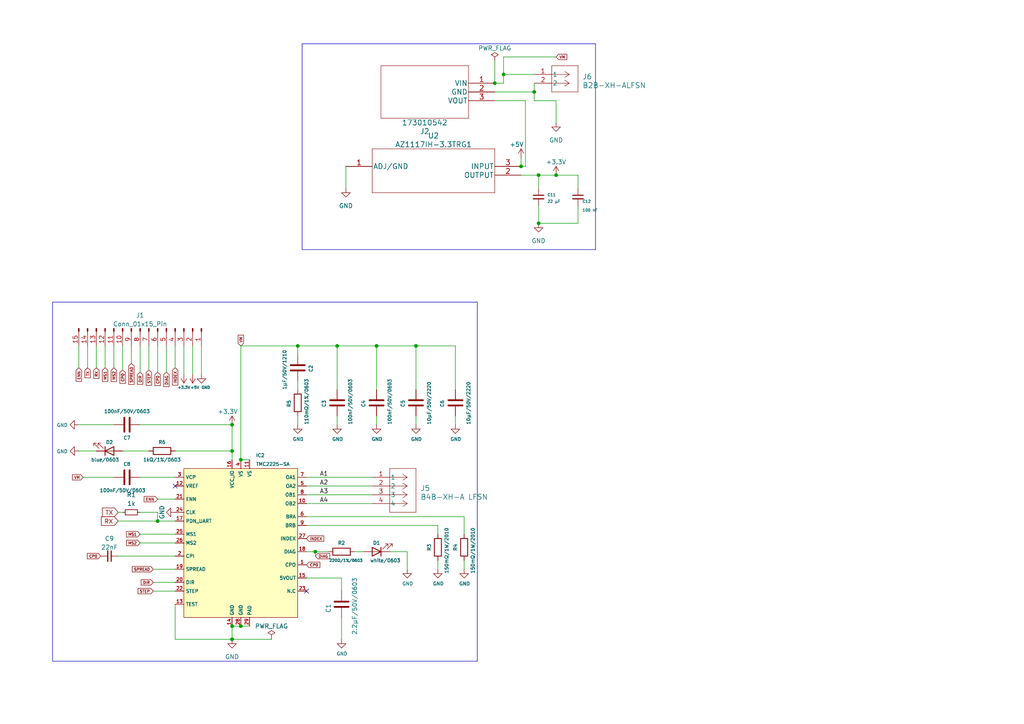
<source format=kicad_sch>
(kicad_sch (version 20230121) (generator eeschema)
  (paper "A4")
  (lib_symbols
    (symbol "2023-05-09_15-04-19:173010542" (pin_names (offset 0.254))
      (property "Reference" "J2" (at 20.32 -13.97 0))
      (property "Value" "173010542" (at 20.32 -11.43 0))
      (symbol "173010542_1_1"
        (polyline (pts (xy 7.62 -10.16) (xy 33.02 -10.16)) (stroke (width 0.127)))
        (polyline (pts (xy 7.62 5.08) (xy 7.62 -10.16)) (stroke (width 0.127)))
        (polyline (pts (xy 33.02 -10.16) (xy 33.02 5.08)) (stroke (width 0.127)))
        (polyline (pts (xy 33.02 5.08) (xy 7.62 5.08)) (stroke (width 0.127)))
        (pin power_in line (at 0 0 0) (length 7.62) (name "VIN") (number "1"))
        (pin power_in line (at 0 -2.54 0) (length 7.62) (name "GND") (number "2"))
        (pin power_out line (at 0 -5.08 0) (length 7.62) (name "VOUT") (number "3"))
      )
    )
    (symbol "2023-05-16_12-32-42:B2B-XH-ALFSN" (pin_names (offset 0.254))
      (property "Reference" "J" (at 8.89 6.35 0))
      (property "Value" "B2B-XH-ALFSN" (at 0 0 0))
      (symbol "B2B-XH-ALFSN_1_1"
        (polyline (pts (xy 5.08 -5.08) (xy 12.7 -5.08)) (stroke (width 0.127)))
        (polyline (pts (xy 5.08 2.54) (xy 5.08 -5.08)) (stroke (width 0.127)))
        (polyline (pts (xy 10.16 -2.54) (xy 5.08 -2.54)) (stroke (width 0.127)))
        (polyline (pts (xy 10.16 -2.54) (xy 8.89 -3.3867)) (stroke (width 0.127)))
        (polyline (pts (xy 10.16 -2.54) (xy 8.89 -1.6933)) (stroke (width 0.127)))
        (polyline (pts (xy 10.16 0) (xy 5.08 0)) (stroke (width 0.127)))
        (polyline (pts (xy 10.16 0) (xy 8.89 -0.8467)) (stroke (width 0.127)))
        (polyline (pts (xy 10.16 0) (xy 8.89 0.8467)) (stroke (width 0.127)))
        (polyline (pts (xy 12.7 -5.08) (xy 12.7 2.54)) (stroke (width 0.127)))
        (polyline (pts (xy 12.7 2.54) (xy 5.08 2.54)) (stroke (width 0.127)))
        (pin unspecified line (at 0 0 0) (length 5.08) (name "1") (number "1"))
        (pin unspecified line (at 0 -2.54 0) (length 5.08) (name "2") (number "2"))
      )
      (symbol "B2B-XH-ALFSN_1_2"
        (polyline (pts (xy 5.08 -5.08) (xy 12.7 -5.08)) (stroke (width 0.127)))
        (polyline (pts (xy 5.08 2.54) (xy 5.08 -5.08)) (stroke (width 0.127)))
        (polyline (pts (xy 7.62 -2.54) (xy 5.08 -2.54)) (stroke (width 0.127)))
        (polyline (pts (xy 7.62 -2.54) (xy 8.89 -3.3867)) (stroke (width 0.127)))
        (polyline (pts (xy 7.62 -2.54) (xy 8.89 -1.6933)) (stroke (width 0.127)))
        (polyline (pts (xy 7.62 0) (xy 5.08 0)) (stroke (width 0.127)))
        (polyline (pts (xy 7.62 0) (xy 8.89 -0.8467)) (stroke (width 0.127)))
        (polyline (pts (xy 7.62 0) (xy 8.89 0.8467)) (stroke (width 0.127)))
        (polyline (pts (xy 12.7 -5.08) (xy 12.7 2.54)) (stroke (width 0.127)))
        (polyline (pts (xy 12.7 2.54) (xy 5.08 2.54)) (stroke (width 0.127)))
        (pin unspecified line (at 0 0 0) (length 5.08) (name "1") (number "1"))
        (pin unspecified line (at 0 -2.54 0) (length 5.08) (name "2") (number "2"))
      )
    )
    (symbol "AZ1117:AZ1117IH-3.3TRG1" (pin_names (offset 0.254))
      (property "Reference" "U2" (at 25.4 8.89 0))
      (property "Value" "AZ1117IH-3.3TRG1" (at 25.4 6.35 0))
      (symbol "AZ1117IH-3.3TRG1_1_1"
        (polyline (pts (xy 7.62 -7.62) (xy 43.18 -7.62)) (stroke (width 0.127)))
        (polyline (pts (xy 7.62 5.08) (xy 7.62 -7.62)) (stroke (width 0.127)))
        (polyline (pts (xy 43.18 -7.62) (xy 43.18 5.08)) (stroke (width 0.127)))
        (polyline (pts (xy 43.18 5.08) (xy 7.62 5.08)) (stroke (width 0.127)))
        (pin power_in line (at 0 0 0) (length 7.62) (name "ADJ/GND") (number "1"))
        (pin power_out line (at 50.8 -2.54 180) (length 7.62) (name "OUTPUT") (number "2"))
        (pin power_in line (at 50.8 0 180) (length 7.62) (name "INPUT") (number "3"))
      )
    )
    (symbol "Connector:Conn_01x15_Pin" (pin_names (offset 1.016) hide)
      (property "Reference" "J" (at 0 20.32 0))
      (property "Value" "Conn_01x15_Pin" (at 0 -20.32 0))
      (symbol "Conn_01x15_Pin_1_1"
        (polyline (pts (xy 1.27 -17.78) (xy 0.8636 -17.78)) (stroke (width 0.1524)))
        (polyline (pts (xy 1.27 -15.24) (xy 0.8636 -15.24)) (stroke (width 0.1524)))
        (polyline (pts (xy 1.27 -12.7) (xy 0.8636 -12.7)) (stroke (width 0.1524)))
        (polyline (pts (xy 1.27 -10.16) (xy 0.8636 -10.16)) (stroke (width 0.1524)))
        (polyline (pts (xy 1.27 -7.62) (xy 0.8636 -7.62)) (stroke (width 0.1524)))
        (polyline (pts (xy 1.27 -5.08) (xy 0.8636 -5.08)) (stroke (width 0.1524)))
        (polyline (pts (xy 1.27 -2.54) (xy 0.8636 -2.54)) (stroke (width 0.1524)))
        (polyline (pts (xy 1.27 0) (xy 0.8636 0)) (stroke (width 0.1524)))
        (polyline (pts (xy 1.27 2.54) (xy 0.8636 2.54)) (stroke (width 0.1524)))
        (polyline (pts (xy 1.27 5.08) (xy 0.8636 5.08)) (stroke (width 0.1524)))
        (polyline (pts (xy 1.27 7.62) (xy 0.8636 7.62)) (stroke (width 0.1524)))
        (polyline (pts (xy 1.27 10.16) (xy 0.8636 10.16)) (stroke (width 0.1524)))
        (polyline (pts (xy 1.27 12.7) (xy 0.8636 12.7)) (stroke (width 0.1524)))
        (polyline (pts (xy 1.27 15.24) (xy 0.8636 15.24)) (stroke (width 0.1524)))
        (polyline (pts (xy 1.27 17.78) (xy 0.8636 17.78)) (stroke (width 0.1524)))
        (rectangle (start 0.8636 -17.653) (end 0 -17.907) (stroke (width 0.1524)) (fill (type outline)))
        (rectangle (start 0.8636 -15.113) (end 0 -15.367) (stroke (width 0.1524)) (fill (type outline)))
        (rectangle (start 0.8636 -12.573) (end 0 -12.827) (stroke (width 0.1524)) (fill (type outline)))
        (rectangle (start 0.8636 -10.033) (end 0 -10.287) (stroke (width 0.1524)) (fill (type outline)))
        (rectangle (start 0.8636 -7.493) (end 0 -7.747) (stroke (width 0.1524)) (fill (type outline)))
        (rectangle (start 0.8636 -4.953) (end 0 -5.207) (stroke (width 0.1524)) (fill (type outline)))
        (rectangle (start 0.8636 -2.413) (end 0 -2.667) (stroke (width 0.1524)) (fill (type outline)))
        (rectangle (start 0.8636 0.127) (end 0 -0.127) (stroke (width 0.1524)) (fill (type outline)))
        (rectangle (start 0.8636 2.667) (end 0 2.413) (stroke (width 0.1524)) (fill (type outline)))
        (rectangle (start 0.8636 5.207) (end 0 4.953) (stroke (width 0.1524)) (fill (type outline)))
        (rectangle (start 0.8636 7.747) (end 0 7.493) (stroke (width 0.1524)) (fill (type outline)))
        (rectangle (start 0.8636 10.287) (end 0 10.033) (stroke (width 0.1524)) (fill (type outline)))
        (rectangle (start 0.8636 12.827) (end 0 12.573) (stroke (width 0.1524)) (fill (type outline)))
        (rectangle (start 0.8636 15.367) (end 0 15.113) (stroke (width 0.1524)) (fill (type outline)))
        (rectangle (start 0.8636 17.907) (end 0 17.653) (stroke (width 0.1524)) (fill (type outline)))
        (pin passive line (at 5.08 17.78 180) (length 3.81) (name "Pin_1") (number "1"))
        (pin passive line (at 5.08 -5.08 180) (length 3.81) (name "Pin_10") (number "10"))
        (pin passive line (at 5.08 -7.62 180) (length 3.81) (name "Pin_11") (number "11"))
        (pin passive line (at 5.08 -10.16 180) (length 3.81) (name "Pin_12") (number "12"))
        (pin passive line (at 5.08 -12.7 180) (length 3.81) (name "Pin_13") (number "13"))
        (pin passive line (at 5.08 -15.24 180) (length 3.81) (name "Pin_14") (number "14"))
        (pin passive line (at 5.08 -17.78 180) (length 3.81) (name "Pin_15") (number "15"))
        (pin passive line (at 5.08 15.24 180) (length 3.81) (name "Pin_2") (number "2"))
        (pin passive line (at 5.08 12.7 180) (length 3.81) (name "Pin_3") (number "3"))
        (pin passive line (at 5.08 10.16 180) (length 3.81) (name "Pin_4") (number "4"))
        (pin passive line (at 5.08 7.62 180) (length 3.81) (name "Pin_5") (number "5"))
        (pin passive line (at 5.08 5.08 180) (length 3.81) (name "Pin_6") (number "6"))
        (pin passive line (at 5.08 2.54 180) (length 3.81) (name "Pin_7") (number "7"))
        (pin passive line (at 5.08 0 180) (length 3.81) (name "Pin_8") (number "8"))
        (pin passive line (at 5.08 -2.54 180) (length 3.81) (name "Pin_9") (number "9"))
      )
    )
    (symbol "Device:C" (pin_numbers hide) (pin_names (offset 0.254))
      (property "Reference" "C" (at 0.635 2.54 0))
      (property "Value" "C" (at 0.635 -2.54 0))
      (symbol "C_0_1"
        (polyline (pts (xy -2.032 -0.762) (xy 2.032 -0.762)) (stroke (width 0.508)))
        (polyline (pts (xy -2.032 0.762) (xy 2.032 0.762)) (stroke (width 0.508)))
      )
      (symbol "C_1_1"
        (pin passive line (at 0 3.81 270) (length 2.794) (name "~") (number "1"))
        (pin passive line (at 0 -3.81 90) (length 2.794) (name "~") (number "2"))
      )
    )
    (symbol "Device:C_Small" (pin_numbers hide) (pin_names (offset 0.254) hide)
      (property "Reference" "C" (at 0.254 1.778 0))
      (property "Value" "C_Small" (at 0.254 -2.032 0))
      (symbol "C_Small_0_1"
        (polyline (pts (xy -1.524 -0.508) (xy 1.524 -0.508)) (stroke (width 0.3302)))
        (polyline (pts (xy -1.524 0.508) (xy 1.524 0.508)) (stroke (width 0.3048)))
      )
      (symbol "C_Small_1_1"
        (pin passive line (at 0 2.54 270) (length 2.032) (name "~") (number "1"))
        (pin passive line (at 0 -2.54 90) (length 2.032) (name "~") (number "2"))
      )
    )
    (symbol "Device:LED" (pin_numbers hide) (pin_names (offset 1.016) hide)
      (property "Reference" "D" (at 0 2.54 0))
      (property "Value" "LED" (at 0 -2.54 0))
      (symbol "LED_0_1"
        (polyline (pts (xy -1.27 -1.27) (xy -1.27 1.27)) (stroke (width 0.254)))
        (polyline (pts (xy -1.27 0) (xy 1.27 0)))
        (polyline (pts (xy 1.27 -1.27) (xy 1.27 1.27) (xy -1.27 0) (xy 1.27 -1.27)) (stroke (width 0.254)))
        (polyline (pts (xy -3.048 -0.762) (xy -4.572 -2.286) (xy -3.81 -2.286) (xy -4.572 -2.286) (xy -4.572 -1.524)))
        (polyline (pts (xy -1.778 -0.762) (xy -3.302 -2.286) (xy -2.54 -2.286) (xy -3.302 -2.286) (xy -3.302 -1.524)))
      )
      (symbol "LED_1_1"
        (pin passive line (at -3.81 0 0) (length 2.54) (name "K") (number "1"))
        (pin passive line (at 3.81 0 180) (length 2.54) (name "A") (number "2"))
      )
    )
    (symbol "Device:R" (pin_numbers hide) (pin_names (offset 0))
      (property "Reference" "R" (at 2.032 0 90))
      (property "Value" "R" (at 0 0 90))
      (symbol "R_0_1"
        (rectangle (start -1.016 -2.54) (end 1.016 2.54) (stroke (width 0.254)))
      )
      (symbol "R_1_1"
        (pin passive line (at 0 3.81 270) (length 1.27) (name "~") (number "1"))
        (pin passive line (at 0 -3.81 90) (length 1.27) (name "~") (number "2"))
      )
    )
    (symbol "Device:R_Small" (pin_numbers hide) (pin_names (offset 0.254) hide)
      (property "Reference" "R" (at 0.762 0.508 0))
      (property "Value" "R_Small" (at 0.762 -1.016 0))
      (symbol "R_Small_0_1"
        (rectangle (start -0.762 1.778) (end 0.762 -1.778) (stroke (width 0.2032)))
      )
      (symbol "R_Small_1_1"
        (pin passive line (at 0 2.54 270) (length 0.762) (name "~") (number "1"))
        (pin passive line (at 0 -2.54 90) (length 0.762) (name "~") (number "2"))
      )
    )
    (symbol "JST B4B-XH-A:B4B-XH-A_LFSN" (pin_names (offset 0.254))
      (property "Reference" "J" (at 8.89 6.35 0))
      (property "Value" "B4B-XH-A LFSN" (at 0 0 0))
      (symbol "B4B-XH-A_LFSN_1_1"
        (polyline (pts (xy 5.08 -10.16) (xy 12.7 -10.16)) (stroke (width 0.127)))
        (polyline (pts (xy 5.08 2.54) (xy 5.08 -10.16)) (stroke (width 0.127)))
        (polyline (pts (xy 10.16 -7.62) (xy 5.08 -7.62)) (stroke (width 0.127)))
        (polyline (pts (xy 10.16 -7.62) (xy 8.89 -8.4667)) (stroke (width 0.127)))
        (polyline (pts (xy 10.16 -7.62) (xy 8.89 -6.7733)) (stroke (width 0.127)))
        (polyline (pts (xy 10.16 -5.08) (xy 5.08 -5.08)) (stroke (width 0.127)))
        (polyline (pts (xy 10.16 -5.08) (xy 8.89 -5.9267)) (stroke (width 0.127)))
        (polyline (pts (xy 10.16 -5.08) (xy 8.89 -4.2333)) (stroke (width 0.127)))
        (polyline (pts (xy 10.16 -2.54) (xy 5.08 -2.54)) (stroke (width 0.127)))
        (polyline (pts (xy 10.16 -2.54) (xy 8.89 -3.3867)) (stroke (width 0.127)))
        (polyline (pts (xy 10.16 -2.54) (xy 8.89 -1.6933)) (stroke (width 0.127)))
        (polyline (pts (xy 10.16 0) (xy 5.08 0)) (stroke (width 0.127)))
        (polyline (pts (xy 10.16 0) (xy 8.89 -0.8467)) (stroke (width 0.127)))
        (polyline (pts (xy 10.16 0) (xy 8.89 0.8467)) (stroke (width 0.127)))
        (polyline (pts (xy 12.7 -10.16) (xy 12.7 2.54)) (stroke (width 0.127)))
        (polyline (pts (xy 12.7 2.54) (xy 5.08 2.54)) (stroke (width 0.127)))
        (pin unspecified line (at 0 0 0) (length 5.08) (name "1") (number "1"))
        (pin unspecified line (at 0 -2.54 0) (length 5.08) (name "2") (number "2"))
        (pin unspecified line (at 0 -5.08 0) (length 5.08) (name "3") (number "3"))
        (pin unspecified line (at 0 -7.62 0) (length 5.08) (name "4") (number "4"))
      )
      (symbol "B4B-XH-A_LFSN_1_2"
        (polyline (pts (xy 5.08 -10.16) (xy 12.7 -10.16)) (stroke (width 0.127)))
        (polyline (pts (xy 5.08 2.54) (xy 5.08 -10.16)) (stroke (width 0.127)))
        (polyline (pts (xy 7.62 -7.62) (xy 5.08 -7.62)) (stroke (width 0.127)))
        (polyline (pts (xy 7.62 -7.62) (xy 8.89 -8.4667)) (stroke (width 0.127)))
        (polyline (pts (xy 7.62 -7.62) (xy 8.89 -6.7733)) (stroke (width 0.127)))
        (polyline (pts (xy 7.62 -5.08) (xy 5.08 -5.08)) (stroke (width 0.127)))
        (polyline (pts (xy 7.62 -5.08) (xy 8.89 -5.9267)) (stroke (width 0.127)))
        (polyline (pts (xy 7.62 -5.08) (xy 8.89 -4.2333)) (stroke (width 0.127)))
        (polyline (pts (xy 7.62 -2.54) (xy 5.08 -2.54)) (stroke (width 0.127)))
        (polyline (pts (xy 7.62 -2.54) (xy 8.89 -3.3867)) (stroke (width 0.127)))
        (polyline (pts (xy 7.62 -2.54) (xy 8.89 -1.6933)) (stroke (width 0.127)))
        (polyline (pts (xy 7.62 0) (xy 5.08 0)) (stroke (width 0.127)))
        (polyline (pts (xy 7.62 0) (xy 8.89 -0.8467)) (stroke (width 0.127)))
        (polyline (pts (xy 7.62 0) (xy 8.89 0.8467)) (stroke (width 0.127)))
        (polyline (pts (xy 12.7 -10.16) (xy 12.7 2.54)) (stroke (width 0.127)))
        (polyline (pts (xy 12.7 2.54) (xy 5.08 2.54)) (stroke (width 0.127)))
        (pin unspecified line (at 0 0 0) (length 5.08) (name "1") (number "1"))
        (pin unspecified line (at 0 -2.54 0) (length 5.08) (name "2") (number "2"))
        (pin unspecified line (at 0 -5.08 0) (length 5.08) (name "3") (number "3"))
        (pin unspecified line (at 0 -7.62 0) (length 5.08) (name "4") (number "4"))
      )
    )
    (symbol "power:+3.3V" (power) (pin_names (offset 0))
      (property "Value" "+3.3V" (at 0 3.556 0))
      (symbol "+3.3V_0_1"
        (polyline (pts (xy -0.762 1.27) (xy 0 2.54)))
        (polyline (pts (xy 0 0) (xy 0 2.54)))
        (polyline (pts (xy 0 2.54) (xy 0.762 1.27)))
      )
      (symbol "+3.3V_1_1"
        (pin power_in line (at 0 0 90) (length 0) hide (name "+3.3V") (number "1"))
      )
    )
    (symbol "power:+5V" (power) (pin_names (offset 0))
      (property "Value" "+5V" (at 0 3.556 0))
      (symbol "+5V_0_1"
        (polyline (pts (xy -0.762 1.27) (xy 0 2.54)))
        (polyline (pts (xy 0 0) (xy 0 2.54)))
        (polyline (pts (xy 0 2.54) (xy 0.762 1.27)))
      )
      (symbol "+5V_1_1"
        (pin power_in line (at 0 0 90) (length 0) hide (name "+5V") (number "1"))
      )
    )
    (symbol "power:GND" (power) (pin_names (offset 0))
      (property "Value" "GND" (at 0 -3.81 0))
      (symbol "GND_0_1"
        (polyline (pts (xy 0 0) (xy 0 -1.27) (xy 1.27 -1.27) (xy 0 -2.54) (xy -1.27 -1.27) (xy 0 -1.27)))
      )
      (symbol "GND_1_1"
        (pin power_in line (at 0 0 270) (length 0) hide (name "GND") (number "1"))
      )
    )
    (symbol "power:PWR_FLAG" (power) (pin_numbers hide) (pin_names (offset 0) hide)
      (property "Value" "PWR_FLAG" (at 0 3.81 0))
      (symbol "PWR_FLAG_0_0"
        (pin power_out line (at 0 0 90) (length 0) (name "pwr") (number "1"))
      )
      (symbol "PWR_FLAG_0_1"
        (polyline (pts (xy 0 0) (xy 0 1.27) (xy -1.016 1.905) (xy 0 2.54) (xy 1.016 1.905) (xy 0 1.27)))
      )
    )
    (symbol "tmc:TMC2225-SA-tmc2225-sa"
      (property "Reference" "IC2" (at 4.3562 25.4 0))
      (property "Value" "TMC2225-SA" (at 4.3562 22.86 0))
      (symbol "TMC2225-SA-tmc2225-sa_0_1"
        (rectangle (start -16.51 21.59) (end 16.51 -21.59) (fill (type background)))
      )
      (symbol "TMC2225-SA-tmc2225-sa_1_1"
        (pin output line (at 19.05 -6.35 180) (length 2.54) (name "CPO") (number "1"))
        (pin power_out line (at 19.05 11.43 180) (length 2.54) (name "OB2") (number "10"))
        (pin power_in line (at 2.54 24.13 270) (length 2.54) (name "VS") (number "11"))
        (pin input line (at -19.05 16.51 0) (length 2.54) (name "VREF") (number "12"))
        (pin unspecified line (at -19.05 -17.78 0) (length 2.54) (name "TEST") (number "13"))
        (pin passive line (at -2.54 -24.13 90) (length 2.54) (name "GND") (number "14"))
        (pin power_out line (at 19.05 -10.16 180) (length 2.54) (name "5VOUT") (number "15"))
        (pin power_in line (at -2.54 24.13 270) (length 2.54) (name "VCC_IO") (number "16"))
        (pin input line (at -19.05 6.35 0) (length 2.54) (name "PDN_UART") (number "17"))
        (pin output line (at 19.05 -2.54 180) (length 2.54) (name "DIAG") (number "18"))
        (pin input line (at -19.05 -7.62 0) (length 2.54) (name "SPREAD") (number "19"))
        (pin input line (at -19.05 -3.81 0) (length 2.54) (name "CPI") (number "2"))
        (pin input line (at -19.05 -11.43 0) (length 2.54) (name "DIR") (number "20"))
        (pin input line (at -19.05 12.7 0) (length 2.54) (name "ENN") (number "21"))
        (pin input line (at -19.05 -13.97 0) (length 2.54) (name "STEP") (number "22"))
        (pin unspecified line (at 19.05 -13.97 180) (length 2.54) (name "N.C") (number "23"))
        (pin input line (at -19.05 8.89 0) (length 2.54) (name "CLK") (number "24"))
        (pin input line (at -19.05 2.54 0) (length 2.54) (name "MS1") (number "25"))
        (pin input line (at -19.05 0 0) (length 2.54) (name "MS2") (number "26"))
        (pin output line (at 19.05 1.27 180) (length 2.54) (name "INDEX") (number "27"))
        (pin passive line (at 0 -24.13 90) (length 2.54) (name "GND") (number "28"))
        (pin passive line (at 2.54 -24.13 90) (length 2.54) (name "PAD") (number "29"))
        (pin input line (at -19.05 19.05 0) (length 2.54) (name "VCP") (number "3"))
        (pin power_in line (at 0 24.13 270) (length 2.54) (name "VS") (number "4"))
        (pin power_out line (at 19.05 16.51 180) (length 2.54) (name "OA2") (number "5"))
        (pin output line (at 19.05 7.62 180) (length 2.54) (name "BRA") (number "6"))
        (pin power_out line (at 19.05 19.05 180) (length 2.54) (name "OA1") (number "7"))
        (pin power_out line (at 19.05 13.97 180) (length 2.54) (name "OB1") (number "8"))
        (pin output line (at 19.05 5.08 180) (length 2.54) (name "BRB") (number "9"))
      )
    )
  )
  (junction (at 120.65 100.33))
  (junction (at 156.21 64.77))
  (junction (at 154.94 26.67))
  (junction (at 67.31 130.81))
  (junction (at 97.79 100.33))
  (junction (at 143.51 24.13))
  (junction (at 151.13 48.26))
  (junction (at 45.72 151.13))
  (junction (at 67.31 123.19))
  (junction (at 161.29 50.8))
  (junction (at 91.44 160.02))
  (junction (at 156.21 50.8))
  (junction (at 67.31 185.42))
  (junction (at 86.36 100.33))
  (junction (at 67.31 181.61))
  (junction (at 146.05 21.59))
  (junction (at 109.22 100.33))
  (junction (at 69.85 133.35))
  (junction (at 69.85 181.61))
  (no_connect (at 50.8 140.97))
  (no_connect (at 88.9 171.45))
  (wire (pts (xy 69.85 181.61) (xy 72.39 181.61)))
  (wire (pts (xy 88.9 140.97) (xy 107.95 140.97)))
  (wire (pts (xy 146.05 21.59) (xy 154.94 21.59)))
  (wire (pts (xy 156.21 64.77) (xy 167.64 64.77)))
  (wire (pts (xy 67.31 123.19) (xy 40.64 123.19)))
  (wire (pts (xy 34.29 148.59) (xy 35.56 148.59)))
  (wire (pts (xy 146.05 16.51) (xy 161.29 16.51)))
  (wire (pts (xy 154.94 29.21) (xy 161.29 29.21)))
  (wire (pts (xy 143.51 29.21) (xy 152.4 29.21)))
  (wire (pts (xy 156.21 50.8) (xy 156.21 54.61)))
  (wire (pts (xy 34.29 161.29) (xy 50.8 161.29)))
  (wire (pts (xy 45.72 144.78) (xy 50.8 144.78)))
  (wire (pts (xy 27.94 130.81) (xy 22.86 130.81)))
  (wire (pts (xy 67.31 181.61) (xy 69.85 181.61)))
  (polyline (pts (xy 15.24 87.63) (xy 15.24 191.77)))
  (wire (pts (xy 134.62 162.56) (xy 134.62 165.1)))
  (polyline (pts (xy 172.72 12.7) (xy 172.72 72.39)))
  (wire (pts (xy 167.64 50.8) (xy 161.29 50.8)))
  (wire (pts (xy 45.72 148.59) (xy 45.72 151.13)))
  (wire (pts (xy 38.1 100.33) (xy 38.1 105.41)))
  (wire (pts (xy 88.9 149.86) (xy 134.62 149.86)))
  (wire (pts (xy 154.94 24.13) (xy 154.94 26.67)))
  (wire (pts (xy 30.48 100.33) (xy 30.48 106.68)))
  (wire (pts (xy 95.25 160.02) (xy 91.44 160.02)))
  (wire (pts (xy 45.72 100.33) (xy 45.72 107.95)))
  (wire (pts (xy 33.02 100.33) (xy 33.02 106.68)))
  (wire (pts (xy 88.9 138.43) (xy 107.95 138.43)))
  (wire (pts (xy 86.36 110.49) (xy 86.36 113.03)))
  (wire (pts (xy 67.31 185.42) (xy 78.74 185.42)))
  (wire (pts (xy 22.86 123.19) (xy 33.02 123.19)))
  (wire (pts (xy 143.51 26.67) (xy 154.94 26.67)))
  (wire (pts (xy 151.13 45.72) (xy 151.13 48.26)))
  (wire (pts (xy 27.94 100.33) (xy 27.94 106.68)))
  (wire (pts (xy 120.65 120.65) (xy 120.65 123.19)))
  (wire (pts (xy 35.56 100.33) (xy 35.56 107.315)))
  (wire (pts (xy 127 152.4) (xy 127 154.94)))
  (wire (pts (xy 69.85 100.33) (xy 86.36 100.33)))
  (wire (pts (xy 58.42 100.33) (xy 58.42 108.585)))
  (wire (pts (xy 86.36 100.33) (xy 97.79 100.33)))
  (wire (pts (xy 50.8 100.33) (xy 50.8 106.68)))
  (wire (pts (xy 109.22 120.65) (xy 109.22 123.19)))
  (wire (pts (xy 88.9 152.4) (xy 127 152.4)))
  (wire (pts (xy 109.22 100.33) (xy 120.65 100.33)))
  (wire (pts (xy 151.13 50.8) (xy 156.21 50.8)))
  (wire (pts (xy 48.26 100.33) (xy 48.26 107.95)))
  (polyline (pts (xy 172.72 72.39) (xy 87.63 72.39)))
  (polyline (pts (xy 87.63 12.7) (xy 172.72 12.7)))
  (wire (pts (xy 40.64 157.48) (xy 50.8 157.48)))
  (wire (pts (xy 99.06 185.42) (xy 99.06 179.07)))
  (wire (pts (xy 97.79 120.65) (xy 97.79 123.19)))
  (wire (pts (xy 86.36 102.87) (xy 86.36 100.33)))
  (polyline (pts (xy 87.63 12.7) (xy 87.63 72.39)))
  (wire (pts (xy 120.65 100.33) (xy 132.08 100.33)))
  (wire (pts (xy 22.86 100.33) (xy 22.86 106.68)))
  (wire (pts (xy 132.08 100.33) (xy 132.08 113.03)))
  (wire (pts (xy 109.22 113.03) (xy 109.22 100.33)))
  (wire (pts (xy 40.64 148.59) (xy 45.72 148.59)))
  (wire (pts (xy 43.18 130.81) (xy 35.56 130.81)))
  (wire (pts (xy 25.4 100.33) (xy 25.4 106.68)))
  (wire (pts (xy 132.08 120.65) (xy 132.08 123.19)))
  (wire (pts (xy 55.88 100.33) (xy 55.88 108.585)))
  (wire (pts (xy 40.64 100.33) (xy 40.64 107.95)))
  (wire (pts (xy 50.8 175.26) (xy 50.8 185.42)))
  (wire (pts (xy 99.06 167.64) (xy 99.06 171.45)))
  (wire (pts (xy 97.79 113.03) (xy 97.79 100.33)))
  (wire (pts (xy 146.05 24.13) (xy 143.51 24.13)))
  (wire (pts (xy 88.9 167.64) (xy 99.06 167.64)))
  (wire (pts (xy 167.64 54.61) (xy 167.64 50.8)))
  (wire (pts (xy 67.31 181.61) (xy 67.31 185.42)))
  (wire (pts (xy 50.8 151.13) (xy 45.72 151.13)))
  (wire (pts (xy 24.13 138.43) (xy 33.02 138.43)))
  (wire (pts (xy 88.9 146.05) (xy 107.95 146.05)))
  (wire (pts (xy 67.31 133.35) (xy 67.31 130.81)))
  (wire (pts (xy 91.44 160.02) (xy 91.44 161.29)))
  (wire (pts (xy 44.45 168.91) (xy 50.8 168.91)))
  (wire (pts (xy 44.45 165.1) (xy 50.8 165.1)))
  (wire (pts (xy 43.18 100.33) (xy 43.18 107.315)))
  (wire (pts (xy 134.62 149.86) (xy 134.62 154.94)))
  (wire (pts (xy 152.4 48.26) (xy 151.13 48.26)))
  (wire (pts (xy 146.05 16.51) (xy 146.05 21.59)))
  (wire (pts (xy 44.45 171.45) (xy 50.8 171.45)))
  (wire (pts (xy 167.64 59.69) (xy 167.64 64.77)))
  (wire (pts (xy 118.11 160.02) (xy 118.11 165.1)))
  (wire (pts (xy 69.85 100.33) (xy 69.85 133.35)))
  (wire (pts (xy 156.21 50.8) (xy 161.29 50.8)))
  (polyline (pts (xy 15.24 191.77) (xy 138.43 191.77)))
  (wire (pts (xy 120.65 113.03) (xy 120.65 100.33)))
  (wire (pts (xy 146.05 21.59) (xy 146.05 24.13)))
  (wire (pts (xy 50.8 138.43) (xy 40.64 138.43)))
  (wire (pts (xy 105.41 160.02) (xy 102.87 160.02)))
  (wire (pts (xy 97.79 100.33) (xy 109.22 100.33)))
  (wire (pts (xy 45.72 151.13) (xy 34.29 151.13)))
  (wire (pts (xy 69.85 133.35) (xy 72.39 133.35)))
  (polyline (pts (xy 15.24 87.63) (xy 138.43 87.63)))
  (wire (pts (xy 40.64 154.94) (xy 50.8 154.94)))
  (wire (pts (xy 154.94 29.21) (xy 154.94 26.67)))
  (polyline (pts (xy 138.43 87.63) (xy 138.43 191.77)))
  (wire (pts (xy 113.03 160.02) (xy 118.11 160.02)))
  (wire (pts (xy 88.9 143.51) (xy 107.95 143.51)))
  (wire (pts (xy 152.4 29.21) (xy 152.4 48.26)))
  (wire (pts (xy 50.8 185.42) (xy 67.31 185.42)))
  (wire (pts (xy 53.34 100.33) (xy 53.34 108.585)))
  (wire (pts (xy 86.36 120.65) (xy 86.36 123.19)))
  (wire (pts (xy 50.8 130.81) (xy 67.31 130.81)))
  (wire (pts (xy 161.29 29.21) (xy 161.29 35.56)))
  (wire (pts (xy 127 162.56) (xy 127 165.1)))
  (wire (pts (xy 91.44 160.02) (xy 88.9 160.02)))
  (wire (pts (xy 143.51 17.78) (xy 143.51 24.13)))
  (wire (pts (xy 156.21 59.69) (xy 156.21 64.77)))
  (wire (pts (xy 67.31 130.81) (xy 67.31 123.19)))
  (wire (pts (xy 100.33 48.26) (xy 100.33 54.61)))
  (label "A3" (at 92.71 143.51 0))
  (label "A4" (at 92.71 146.05 0))
  (label "A1" (at 92.71 138.43 0))
  (label "A2" (at 92.71 140.97 0))
  (global_label "TX" (shape input) (at 25.4 106.68 270) (effects (font (size 0.8 0.8))) (property "Intersheetrefs" "${INTERSHEET_REFS}" (effects hide)))
  (global_label "MS2" (shape input) (at 33.02 106.68 270) (effects (font (size 0.8 0.8))) (property "Intersheetrefs" "${INTERSHEET_REFS}" (effects hide)))
  (global_label "CP0" (shape input) (at 29.21 161.29 180) (effects (font (size 0.8 0.8))) (property "Intersheetrefs" "${INTERSHEET_REFS}" (effects hide)))
  (global_label "TX" (shape input) (at 34.29 148.59 180) (property "Intersheetrefs" "${INTERSHEET_REFS}" (effects hide)))
  (global_label "MS1" (shape input) (at 30.48 106.68 270) (effects (font (size 0.8 0.8))) (property "Intersheetrefs" "${INTERSHEET_REFS}" (effects hide)))
  (global_label "DIAG" (shape input) (at 91.44 161.29 0) (effects (font (size 0.8 0.8))) (property "Intersheetrefs" "${INTERSHEET_REFS}" (effects hide)))
  (global_label "SPREAD" (shape input) (at 38.1 105.41 270) (effects (font (size 0.8 0.8))) (property "Intersheetrefs" "${INTERSHEET_REFS}" (effects hide)))
  (global_label "RX" (shape input) (at 27.94 106.68 270) (effects (font (size 0.8 0.8))) (property "Intersheetrefs" "${INTERSHEET_REFS}" (effects hide)))
  (global_label "DIR" (shape input) (at 44.45 168.91 180) (effects (font (size 0.8 0.8))) (property "Intersheetrefs" "${INTERSHEET_REFS}" (effects hide)))
  (global_label "MS2" (shape input) (at 40.64 157.48 180) (effects (font (size 0.8 0.8))) (property "Intersheetrefs" "${INTERSHEET_REFS}" (effects hide)))
  (global_label "SPREAD" (shape input) (at 44.45 165.1 180) (effects (font (size 0.8 0.8))) (property "Intersheetrefs" "${INTERSHEET_REFS}" (effects hide)))
  (global_label "INDEX" (shape input) (at 50.8 106.68 270) (effects (font (size 0.8 0.8))) (property "Intersheetrefs" "${INTERSHEET_REFS}" (effects hide)))
  (global_label "VM" (shape input) (at 24.13 138.43 180) (effects (font (size 0.8 0.8))) (property "Intersheetrefs" "${INTERSHEET_REFS}" (effects hide)))
  (global_label "RX" (shape input) (at 34.29 151.13 180) (property "Intersheetrefs" "${INTERSHEET_REFS}" (effects hide)))
  (global_label "VM" (shape input) (at 69.85 100.33 90) (effects (font (size 0.8 0.8))) (property "Intersheetrefs" "${INTERSHEET_REFS}" (effects hide)))
  (global_label "DIR" (shape input) (at 40.64 107.95 270) (effects (font (size 0.8 0.8))) (property "Intersheetrefs" "${INTERSHEET_REFS}" (effects hide)))
  (global_label "ENN" (shape input) (at 22.86 106.68 270) (effects (font (size 0.8 0.8))) (property "Intersheetrefs" "${INTERSHEET_REFS}" (effects hide)))
  (global_label "CP0" (shape input) (at 45.72 107.95 270) (effects (font (size 0.8 0.8))) (property "Intersheetrefs" "${INTERSHEET_REFS}" (effects hide)))
  (global_label "INDEX" (shape input) (at 88.9 156.21 0) (effects (font (size 0.8 0.8))) (property "Intersheetrefs" "${INTERSHEET_REFS}" (effects hide)))
  (global_label "STEP" (shape input) (at 43.18 107.315 270) (effects (font (size 0.8 0.8))) (property "Intersheetrefs" "${INTERSHEET_REFS}" (effects hide)))
  (global_label "VM" (shape input) (at 161.29 16.51 0) (effects (font (size 0.8 0.8))) (property "Intersheetrefs" "${INTERSHEET_REFS}" (effects hide)))
  (global_label "STEP" (shape input) (at 44.45 171.45 180) (effects (font (size 0.8 0.8))) (property "Intersheetrefs" "${INTERSHEET_REFS}" (effects hide)))
  (global_label "CP0" (shape input) (at 35.56 107.315 270) (effects (font (size 0.8 0.8))) (property "Intersheetrefs" "${INTERSHEET_REFS}" (effects hide)))
  (global_label "CP0" (shape input) (at 88.9 163.83 0) (effects (font (size 0.8 0.8))) (property "Intersheetrefs" "${INTERSHEET_REFS}" (effects hide)))
  (global_label "ENN" (shape input) (at 45.72 144.78 180) (effects (font (size 0.8 0.8))) (property "Intersheetrefs" "${INTERSHEET_REFS}" (effects hide)))
  (global_label "DIAG" (shape input) (at 48.26 107.95 270) (effects (font (size 0.8 0.8))) (property "Intersheetrefs" "${INTERSHEET_REFS}" (effects hide)))
  (global_label "MS1" (shape input) (at 40.64 154.94 180) (effects (font (size 0.8 0.8))) (property "Intersheetrefs" "${INTERSHEET_REFS}" (effects hide)))
  (symbol (lib_id "power:GND") (at 134.62 165.1 0) (unit 1)
    (property "Reference" "#PWR07" (effects hide))
    (property "Value" "GND" (at 134.747 169.291 0) (effects (font (size 0.9906 0.9906))))
  )
  (symbol (lib_id "Device:C") (at 36.83 138.43 90) (unit 1)
    (property "Reference" "C8" (at 36.83 134.62 90) (effects (font (size 0.9906 0.9906))))
    (property "Value" "100nF/50V/0603" (at 35.56 142.24 90) (effects (font (size 0.9906 0.9906))))
    (property "Footprint" "Capacitor_SMD:C_0603_1608Metric" (effects hide))
  )
  (symbol (lib_id "Device:C_Small") (at 156.21 57.15 0) (unit 1)
    (property "Reference" "C11" (at 158.75 56.5213 0) (effects (font (size 0.8 0.8)) (justify left)))
    (property "Value" "22 µF" (at 158.75 58.42 0) (effects (font (size 0.8 0.8)) (justify left)))
    (property "Footprint" "Capacitor_SMD:C_2220_5650Metric_Pad1.97x5.40mm_HandSolder" (effects hide))
  )
  (symbol (lib_id "power:GND") (at 127 165.1 0) (unit 1)
    (property "Reference" "#PWR06" (effects hide))
    (property "Value" "GND" (at 127.127 169.291 0) (effects (font (size 0.9906 0.9906))))
  )
  (symbol (lib_id "power:GND") (at 67.31 185.42 0) (unit 1)
    (property "Reference" "#PWR03" (effects hide))
    (property "Value" "GND" (at 67.31 190.5 0))
  )
  (symbol (lib_id "Connector:Conn_01x15_Pin") (at 40.64 95.25 270) (unit 1)
    (property "Reference" "J1" (at 40.64 91.44 90))
    (property "Value" "Conn_01x15_Pin" (at 40.64 93.98 90))
    (property "Footprint" "Connector_PinHeader_1.00mm:PinHeader_1x15_P1.00mm_Horizontal" (effects hide))
  )
  (symbol (lib_id "power:+3.3V") (at 53.34 108.585 180) (unit 1)
    (property "Reference" "#PWR032" (effects hide))
    (property "Value" "+3.3V" (at 53.34 112.395 0) (effects (font (size 0.8 0.8))))
  )
  (symbol (lib_id "AZ1117:AZ1117IH-3.3TRG1") (at 100.33 48.26 0) (unit 1)
    (property "Reference" "U2" (at 125.73 39.37 0) (effects (font (size 1.524 1.524))))
    (property "Value" "AZ1117IH-3.3TRG1" (at 125.73 41.91 0) (effects (font (size 1.524 1.524))))
    (property "Footprint" "AZ1117:AZ1117IH-3.3TRG1" (effects hide))
  )
  (symbol (lib_id "Device:C") (at 109.22 116.84 0) (unit 1)
    (property "Reference" "C4" (at 105.41 118.11 90) (effects (font (size 0.9906 0.9906)) (justify left)))
    (property "Value" "100nF/50V/0603" (at 113.03 123.19 90) (effects (font (size 0.9906 0.9906)) (justify left)))
    (property "Footprint" "Capacitor_SMD:C_0603_1608Metric" (effects hide))
  )
  (symbol (lib_id "power:GND") (at 86.36 123.19 0) (unit 1)
    (property "Reference" "#PWR08" (effects hide))
    (property "Value" "GND" (at 86.487 127.381 0) (effects (font (size 0.9906 0.9906))))
  )
  (symbol (lib_id "Device:R") (at 99.06 160.02 270) (unit 1)
    (property "Reference" "R2" (at 99.06 157.48 90) (effects (font (size 0.9906 0.9906))))
    (property "Value" "220Ω/1%/0603" (at 100.33 162.56 90) (effects (font (size 0.8 0.8))))
    (property "Footprint" "Resistor_SMD:R_0603_1608Metric" (effects hide))
  )
  (symbol (lib_id "tmc:TMC2225-SA-tmc2225-sa") (at 69.85 157.48 0) (unit 1)
    (property "Reference" "IC2" (at 74.2062 132.08 0) (effects (font (size 0.9906 0.9906)) (justify left)))
    (property "Value" "TMC2225-SA" (at 74.2062 134.62 0) (effects (font (size 0.9906 0.9906)) (justify left)))
    (property "Footprint" "TMC2255:HTSSOP28_TRI" (effects hide))
    (property "Datasheet" "https://www.digikey.de/en/datasheets/trinamic-motion-control-gmbh/trinamic-motion-control-gmbh-tmc220x_tmc222x_datasheet" (effects hide))
  )
  (symbol (lib_id "power:GND") (at 50.8 148.59 270) (unit 1)
    (property "Reference" "#PWR018" (effects hide))
    (property "Value" "GND" (at 46.99 148.59 0))
  )
  (symbol (lib_id "power:GND") (at 99.06 185.42 0) (unit 1)
    (property "Reference" "#PWR04" (effects hide))
    (property "Value" "GND" (at 99.187 189.611 0) (effects (font (size 0.9906 0.9906))))
  )
  (symbol (lib_id "power:PWR_FLAG") (at 78.74 185.42 0) (unit 1)
    (property "Reference" "#FLG03" (effects hide))
    (property "Value" "PWR_FLAG" (at 78.74 181.61 0))
  )
  (symbol (lib_id "power:GND") (at 109.22 123.19 0) (unit 1)
    (property "Reference" "#PWR010" (effects hide))
    (property "Value" "GND" (at 109.347 127.381 0) (effects (font (size 0.9906 0.9906))))
  )
  (symbol (lib_id "JST B4B-XH-A:B4B-XH-A_LFSN") (at 107.95 138.43 0) (unit 1)
    (property "Reference" "J5" (at 121.92 141.605 0) (effects (font (size 1.524 1.524)) (justify left)))
    (property "Value" "B4B-XH-A LFSN" (at 121.92 144.145 0) (effects (font (size 1.524 1.524)) (justify left)))
    (property "Footprint" "JST 4 PINS:CONN_B4B-XH-A LFSN_JST" (effects hide))
    (property "Datasheet" "B4B-XH-A LFSN" (effects hide))
  )
  (symbol (lib_id "Device:C") (at 97.79 116.84 0) (unit 1)
    (property "Reference" "C3" (at 93.98 118.11 90) (effects (font (size 0.9906 0.9906)) (justify left)))
    (property "Value" "100nF/50V/0603" (at 101.6 123.19 90) (effects (font (size 0.9906 0.9906)) (justify left)))
    (property "Footprint" "Capacitor_SMD:C_0603_1608Metric" (effects hide))
  )
  (symbol (lib_id "Device:LED") (at 31.75 130.81 0) (mirror x) (unit 1)
    (property "Reference" "D2" (at 31.75 128.27 0) (effects (font (size 0.9906 0.9906))))
    (property "Value" "blue/0603" (at 30.48 133.35 0) (effects (font (size 0.9906 0.9906))))
    (property "Footprint" "LED_SMD:LED_0603_1608Metric_Pad1.05x0.95mm_HandSolder" (effects hide))
  )
  (symbol (lib_id "power:GND") (at 118.11 165.1 0) (unit 1)
    (property "Reference" "#PWR05" (effects hide))
    (property "Value" "GND" (at 118.237 169.291 0) (effects (font (size 0.9906 0.9906))))
  )
  (symbol (lib_id "Device:R") (at 134.62 158.75 0) (unit 1)
    (property "Reference" "R4" (at 132.08 158.75 90) (effects (font (size 0.9906 0.9906))))
    (property "Value" "150mΩ/1W/2010" (at 137.16 166.37 90) (effects (font (size 0.9906 0.9906)) (justify left)))
    (property "Footprint" "Resistor_SMD:R_2010_5025Metric" (effects hide))
  )
  (symbol (lib_id "power:GND") (at 100.33 54.61 0) (unit 1)
    (property "Reference" "#PWR020" (effects hide))
    (property "Value" "GND" (at 100.33 59.69 0))
  )
  (symbol (lib_id "Device:R") (at 46.99 130.81 270) (unit 1)
    (property "Reference" "R6" (at 46.99 128.27 90) (effects (font (size 0.9906 0.9906))))
    (property "Value" "1kΩ/1%/0603" (at 46.99 133.35 90) (effects (font (size 0.9906 0.9906))))
    (property "Footprint" "Resistor_SMD:R_0603_1608Metric" (effects hide))
  )
  (symbol (lib_id "Device:R") (at 127 158.75 0) (unit 1)
    (property "Reference" "R3" (at 124.46 158.75 90) (effects (font (size 0.9906 0.9906))))
    (property "Value" "150mΩ/1W/2010" (at 129.54 166.37 90) (effects (font (size 0.9906 0.9906)) (justify left)))
    (property "Footprint" "Resistor_SMD:R_2010_5025Metric" (effects hide))
  )
  (symbol (lib_id "power:GND") (at 161.29 35.56 0) (unit 1)
    (property "Reference" "#PWR019" (effects hide))
    (property "Value" "GND" (at 161.29 40.64 0))
  )
  (symbol (lib_id "Device:C") (at 132.08 116.84 0) (unit 1)
    (property "Reference" "C6" (at 128.27 118.11 90) (effects (font (size 0.9906 0.9906)) (justify left)))
    (property "Value" "10µF/50V/2220" (at 135.89 123.19 90) (effects (font (size 0.9906 0.9906)) (justify left)))
    (property "Footprint" "Capacitor_SMD:C_2220_5650Metric" (effects hide))
  )
  (symbol (lib_id "2023-05-09_15-04-19:173010542") (at 143.51 24.13 0) (mirror y) (unit 1)
    (property "Reference" "J2" (at 123.19 38.1 0) (effects (font (size 1.524 1.524))))
    (property "Value" "173010542" (at 123.19 35.56 0) (effects (font (size 1.524 1.524))))
    (property "Footprint" "173010542 - DC:173010542" (effects hide))
  )
  (symbol (lib_id "Device:C") (at 120.65 116.84 0) (unit 1)
    (property "Reference" "C5" (at 116.84 118.11 90) (effects (font (size 0.9906 0.9906)) (justify left)))
    (property "Value" "10µF/50V/2220" (at 124.46 123.19 90) (effects (font (size 0.9906 0.9906)) (justify left)))
    (property "Footprint" "Capacitor_SMD:C_2220_5650Metric" (effects hide))
  )
  (symbol (lib_id "power:GND") (at 22.86 130.81 270) (unit 1)
    (property "Reference" "#PWR014" (effects hide))
    (property "Value" "GND" (at 19.6342 130.937 90) (effects (font (size 0.9906 0.9906)) (justify right)))
  )
  (symbol (lib_id "Device:C") (at 99.06 175.26 0) (unit 1)
    (property "Reference" "C1" (at 95.25 177.8 90) (effects (justify left)))
    (property "Value" "2.2µF/50V/0603" (at 102.87 184.15 90) (effects (justify left)))
    (property "Footprint" "Capacitor_SMD:C_0603_1608Metric_Pad1.08x0.95mm_HandSolder" (effects hide))
  )
  (symbol (lib_id "Device:R_Small") (at 38.1 148.59 90) (unit 1)
    (property "Reference" "R1" (at 38.1 143.51 90))
    (property "Value" "1k" (at 38.1 146.05 90))
    (property "Footprint" "Resistor_SMD:R_0603_1608Metric_Pad0.98x0.95mm_HandSolder" (effects hide))
  )
  (symbol (lib_id "Device:LED") (at 109.22 160.02 180) (unit 1)
    (property "Reference" "D1" (at 109.22 157.48 0) (effects (font (size 0.9906 0.9906))))
    (property "Value" "white/0603" (at 111.76 162.56 0) (effects (font (size 0.9906 0.9906))))
    (property "Footprint" "LED_SMD:LED_0603_1608Metric_Pad1.05x0.95mm_HandSolder" (effects hide))
  )
  (symbol (lib_id "Device:C") (at 36.83 123.19 270) (unit 1)
    (property "Reference" "C7" (at 36.83 127 90) (effects (font (size 0.9906 0.9906))))
    (property "Value" "100nF/50V/0603" (at 36.83 119.3038 90) (effects (font (size 0.9906 0.9906))))
    (property "Footprint" "Capacitor_SMD:C_0603_1608Metric" (effects hide))
  )
  (symbol (lib_id "power:GND") (at 156.21 64.77 0) (unit 1)
    (property "Reference" "#PWR021" (effects hide))
    (property "Value" "GND" (at 156.21 69.85 0))
  )
  (symbol (lib_id "Device:C_Small") (at 31.75 161.29 270) (unit 1)
    (property "Reference" "C9" (at 31.7436 156.21 90))
    (property "Value" "22nF" (at 31.7436 158.75 90))
    (property "Footprint" "Capacitor_SMD:C_0603_1608Metric_Pad1.08x0.95mm_HandSolder" (effects hide))
  )
  (symbol (lib_id "2023-05-16_12-32-42:B2B-XH-ALFSN") (at 154.94 21.59 0) (unit 1)
    (property "Reference" "J6" (at 168.91 22.225 0) (effects (font (size 1.524 1.524)) (justify left)))
    (property "Value" "B2B-XH-ALFSN" (at 168.91 24.765 0) (effects (font (size 1.524 1.524)) (justify left)))
    (property "Footprint" "JST 2 pins:CONN_B2B-XH-ALFSN_JST" (effects hide))
    (property "Datasheet" "B2B-XH-ALFSN" (effects hide))
  )
  (symbol (lib_id "power:+3.3V") (at 161.29 50.8 0) (unit 1)
    (property "Reference" "#PWR023" (effects hide))
    (property "Value" "+3.3V" (at 161.29 46.99 0))
  )
  (symbol (lib_id "power:GND") (at 97.79 123.19 0) (unit 1)
    (property "Reference" "#PWR09" (effects hide))
    (property "Value" "GND" (at 97.917 127.381 0) (effects (font (size 0.9906 0.9906))))
  )
  (symbol (lib_id "power:GND") (at 22.86 123.19 270) (unit 1)
    (property "Reference" "#PWR013" (effects hide))
    (property "Value" "GND" (at 19.6342 123.317 90) (effects (font (size 0.9906 0.9906)) (justify right)))
  )
  (symbol (lib_id "Device:R") (at 86.36 116.84 0) (unit 1)
    (property "Reference" "R5" (at 83.82 118.11 90) (effects (font (size 0.9906 0.9906)) (justify left)))
    (property "Value" "110mΩ/1%/0603" (at 88.9 123.19 90) (effects (font (size 0.9906 0.9906)) (justify left)))
    (property "Footprint" "Resistor_SMD:R_0603_1608Metric" (effects hide))
  )
  (symbol (lib_id "power:+3.3V") (at 67.31 123.19 0) (unit 1)
    (property "Reference" "#PWR015" (effects hide))
    (property "Value" "+3.3V" (at 66.04 119.38 0))
  )
  (symbol (lib_id "power:GND") (at 120.65 123.19 0) (unit 1)
    (property "Reference" "#PWR011" (effects hide))
    (property "Value" "GND" (at 120.777 127.381 0) (effects (font (size 0.9906 0.9906))))
  )
  (symbol (lib_id "power:+5V") (at 151.13 45.72 0) (unit 1)
    (property "Reference" "#PWR027" (effects hide))
    (property "Value" "+5V" (at 149.86 41.91 0))
  )
  (symbol (lib_id "power:GND") (at 58.42 108.585 0) (unit 1)
    (property "Reference" "#PWR033" (effects hide))
    (property "Value" "GND" (at 59.69 112.395 0) (effects (font (size 0.8 0.8))))
  )
  (symbol (lib_id "power:GND") (at 132.08 123.19 0) (unit 1)
    (property "Reference" "#PWR012" (effects hide))
    (property "Value" "GND" (at 132.207 127.381 0) (effects (font (size 0.9906 0.9906))))
  )
  (symbol (lib_id "Device:C") (at 86.36 106.68 0) (unit 1)
    (property "Reference" "C2" (at 90.17 107.95 90) (effects (font (size 0.9906 0.9906)) (justify left)))
    (property "Value" "1µF/50V/1210" (at 82.55 113.03 90) (effects (font (size 0.9906 0.9906)) (justify left)))
    (property "Footprint" "Capacitor_SMD:C_1210_3225Metric" (effects hide))
  )
  (symbol (lib_id "power:+5V") (at 55.88 108.585 180) (unit 1)
    (property "Reference" "#PWR031" (effects hide))
    (property "Value" "+5V" (at 56.515 112.395 0) (effects (font (size 0.8 0.8))))
  )
  (symbol (lib_id "power:PWR_FLAG") (at 143.51 17.78 0) (unit 1)
    (property "Reference" "#FLG01" (effects hide))
    (property "Value" "PWR_FLAG" (at 143.51 13.97 0))
  )
  (symbol (lib_id "Device:C_Small") (at 167.64 57.15 0) (unit 1)
    (property "Reference" "C12" (at 168.91 58.42 0) (effects (font (size 0.8 0.8)) (justify left)))
    (property "Value" "100 nF" (at 168.91 60.96 0) (effects (font (size 0.8 0.8)) (justify left)))
    (property "Footprint" "Capacitor_SMD:C_0603_1608Metric_Pad1.08x0.95mm_HandSolder" (effects hide))
  )
)
</source>
